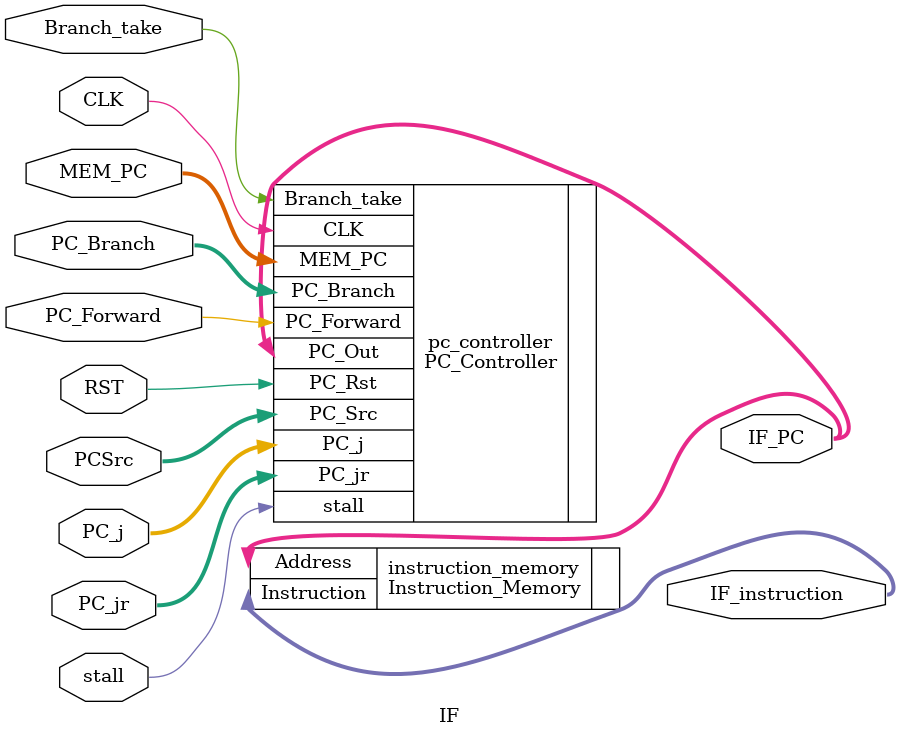
<source format=v>
module IF(CLK, RST, stall, Branch_take, PCSrc,  PC_Forward, PC_Branch,  PC_j, PC_jr,  MEM_PC, IF_PC ,IF_instruction
);

input CLK, RST, stall, Branch_take ,PC_Forward;
input[31:0] PC_Branch,PC_jr;
input [31:0] MEM_PC; 
input[25:0]PC_j;
input[2:0] PCSrc;
output [31:0]IF_PC;//IF阶段输出的PC值
output [31:0]IF_instruction; //IF阶段输出指令

PC_Controller pc_controller(.CLK(CLK), .PC_Rst(RST), .stall(stall), .Branch_take(Branch_take), .PC_Src(PCSrc),  .PC_Forward(PC_Forward),
 .PC_Branch(PC_Branch),  .PC_j(PC_j), .PC_jr(PC_jr),  .MEM_PC(MEM_PC), .PC_Out(IF_PC)
);
Instruction_Memory instruction_memory(.Address(IF_PC), .Instruction(IF_instruction));

endmodule
</source>
